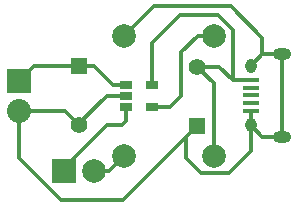
<source format=gbr>
G04 #@! TF.FileFunction,Copper,L2,Bot,Signal*
%FSLAX46Y46*%
G04 Gerber Fmt 4.6, Leading zero omitted, Abs format (unit mm)*
G04 Created by KiCad (PCBNEW 4.0.5) date Thursday 06 April 2017 14:50:24*
%MOMM*%
%LPD*%
G01*
G04 APERTURE LIST*
%ADD10C,0.100000*%
%ADD11R,2.032000X2.032000*%
%ADD12O,2.032000X2.032000*%
%ADD13R,2.000000X2.000000*%
%ADD14C,2.000000*%
%ADD15R,1.350000X0.400000*%
%ADD16O,0.950000X1.250000*%
%ADD17O,1.550000X1.000000*%
%ADD18C,1.998980*%
%ADD19R,1.060000X0.650000*%
%ADD20R,1.400000X1.400000*%
%ADD21C,1.400000*%
%ADD22C,0.350000*%
G04 APERTURE END LIST*
D10*
D11*
X2160000Y10860000D03*
D12*
X2160000Y8320000D03*
D13*
X5970000Y3240000D03*
D14*
X8510000Y3240000D03*
D15*
X21755660Y10916300D03*
X21755660Y10266300D03*
X21755660Y9616300D03*
X21755660Y8966300D03*
X21755660Y8316300D03*
D16*
X21755660Y12116300D03*
X21755660Y7116300D03*
D17*
X24455660Y13116300D03*
X24455660Y6116300D03*
D18*
X18670000Y4510000D03*
X11050000Y4510000D03*
X11050000Y14670000D03*
X18670000Y14670000D03*
D19*
X11220000Y8640000D03*
X11220000Y9590000D03*
X11220000Y10540000D03*
X13420000Y10540000D03*
X13420000Y8640000D03*
D20*
X17260300Y7062700D03*
D21*
X17260300Y12062700D03*
D20*
X7240000Y12130000D03*
D21*
X7240000Y7130000D03*
D22*
X7240000Y12130000D02*
X3430000Y12130000D01*
X3430000Y12130000D02*
X2160000Y10860000D01*
X11220000Y10540000D02*
X10100000Y10540000D01*
X8510000Y12130000D02*
X7240000Y12130000D01*
X10100000Y10540000D02*
X8510000Y12130000D01*
X2160000Y8320000D02*
X2160000Y4294100D01*
X10961100Y763500D02*
X16257000Y6059400D01*
X5690600Y763500D02*
X10961100Y763500D01*
X2160000Y4294100D02*
X5690600Y763500D01*
X21755660Y8316300D02*
X21755660Y7116300D01*
X21755660Y7116300D02*
X21755660Y4877860D01*
X21755660Y4877860D02*
X19889200Y3011400D01*
X19889200Y3011400D02*
X17539700Y3011400D01*
X17539700Y3011400D02*
X16257000Y4294100D01*
X16257000Y4294100D02*
X16257000Y6059400D01*
X16257000Y6059400D02*
X17260300Y7062700D01*
X22759400Y13116300D02*
X22759400Y14504900D01*
X13539200Y17159200D02*
X11050000Y14670000D01*
X20105100Y17159200D02*
X13539200Y17159200D01*
X22759400Y14504900D02*
X20105100Y17159200D01*
X7240000Y7130000D02*
X7240000Y7240500D01*
X7240000Y7240500D02*
X9589500Y9590000D01*
X9589500Y9590000D02*
X11220000Y9590000D01*
X2160000Y8320000D02*
X6050000Y8320000D01*
X6050000Y8320000D02*
X7240000Y7130000D01*
X24455660Y6116300D02*
X24455660Y13116300D01*
X24455660Y6116300D02*
X22755660Y6116300D01*
X22755660Y6116300D02*
X21755660Y7116300D01*
X24455660Y13116300D02*
X22759400Y13116300D01*
X22759400Y13116300D02*
X22755660Y13116300D01*
X22755660Y13116300D02*
X21755660Y12116300D01*
X18670000Y4510000D02*
X18670000Y10653000D01*
X18670000Y10653000D02*
X17260300Y12062700D01*
X20308300Y10916300D02*
X20308300Y15139900D01*
X13420000Y14093600D02*
X13420000Y10540000D01*
X15749000Y16422600D02*
X13420000Y14093600D01*
X19025600Y16422600D02*
X15749000Y16422600D01*
X20308300Y15139900D02*
X19025600Y16422600D01*
X17260300Y12062700D02*
X19105600Y12062700D01*
X20252000Y10916300D02*
X20308300Y10916300D01*
X20308300Y10916300D02*
X21755660Y10916300D01*
X19105600Y12062700D02*
X20252000Y10916300D01*
X5970000Y3240000D02*
X5970000Y3468600D01*
X5970000Y3468600D02*
X9576800Y7075400D01*
X9576800Y7075400D02*
X10834100Y7075400D01*
X10834100Y7075400D02*
X11220000Y7461300D01*
X11220000Y7461300D02*
X11220000Y8640000D01*
X8510000Y3240000D02*
X9780000Y3240000D01*
X9780000Y3240000D02*
X11050000Y4510000D01*
X13420000Y8640000D02*
X14938700Y8640000D01*
X17285700Y14670000D02*
X18670000Y14670000D01*
X15901400Y13285700D02*
X17285700Y14670000D01*
X15901400Y9602700D02*
X15901400Y13285700D01*
X14938700Y8640000D02*
X15901400Y9602700D01*
M02*

</source>
